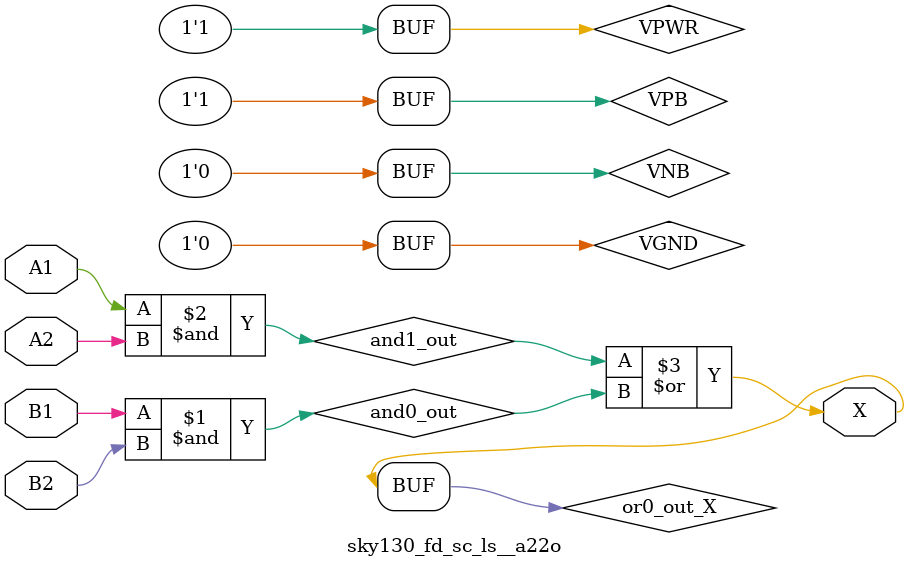
<source format=v>
/*
 * Copyright 2020 The SkyWater PDK Authors
 *
 * Licensed under the Apache License, Version 2.0 (the "License");
 * you may not use this file except in compliance with the License.
 * You may obtain a copy of the License at
 *
 *     https://www.apache.org/licenses/LICENSE-2.0
 *
 * Unless required by applicable law or agreed to in writing, software
 * distributed under the License is distributed on an "AS IS" BASIS,
 * WITHOUT WARRANTIES OR CONDITIONS OF ANY KIND, either express or implied.
 * See the License for the specific language governing permissions and
 * limitations under the License.
 *
 * SPDX-License-Identifier: Apache-2.0
*/


`ifndef SKY130_FD_SC_LS__A22O_BEHAVIORAL_V
`define SKY130_FD_SC_LS__A22O_BEHAVIORAL_V

/**
 * a22o: 2-input AND into both inputs of 2-input OR.
 *
 *       X = ((A1 & A2) | (B1 & B2))
 *
 * Verilog simulation functional model.
 */

`timescale 1ns / 1ps
`default_nettype none

`celldefine
module sky130_fd_sc_ls__a22o (
    X ,
    A1,
    A2,
    B1,
    B2
);

    // Module ports
    output X ;
    input  A1;
    input  A2;
    input  B1;
    input  B2;

    // Module supplies
    supply1 VPWR;
    supply0 VGND;
    supply1 VPB ;
    supply0 VNB ;

    // Local signals
    wire and0_out ;
    wire and1_out ;
    wire or0_out_X;

    //  Name  Output     Other arguments
    and and0 (and0_out , B1, B2            );
    and and1 (and1_out , A1, A2            );
    or  or0  (or0_out_X, and1_out, and0_out);
    buf buf0 (X        , or0_out_X         );

endmodule
`endcelldefine

`default_nettype wire
`endif  // SKY130_FD_SC_LS__A22O_BEHAVIORAL_V
</source>
